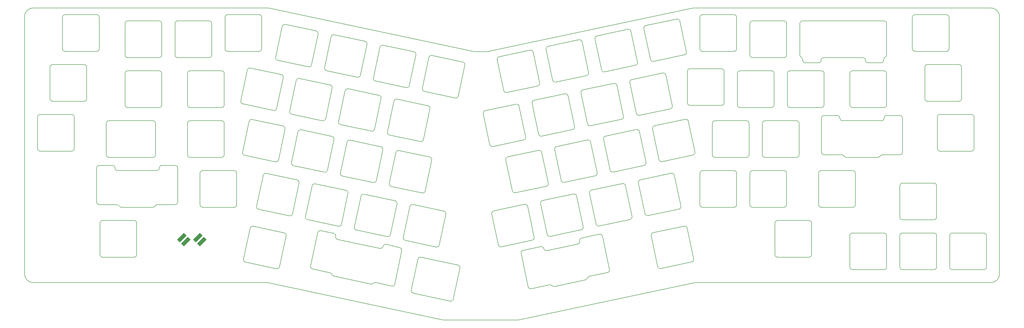
<source format=gts>
G04 #@! TF.GenerationSoftware,KiCad,Pcbnew,6.0.2-378541a8eb~116~ubuntu21.10.1*
G04 #@! TF.CreationDate,2022-03-16T11:59:57+01:00*
G04 #@! TF.ProjectId,basketweave_plate,6261736b-6574-4776-9561-76655f706c61,rev?*
G04 #@! TF.SameCoordinates,Original*
G04 #@! TF.FileFunction,Soldermask,Top*
G04 #@! TF.FilePolarity,Negative*
%FSLAX46Y46*%
G04 Gerber Fmt 4.6, Leading zero omitted, Abs format (unit mm)*
G04 Created by KiCad (PCBNEW 6.0.2-378541a8eb~116~ubuntu21.10.1) date 2022-03-16 11:59:57*
%MOMM*%
%LPD*%
G01*
G04 APERTURE LIST*
G04 #@! TA.AperFunction,Profile*
%ADD10C,0.200000*%
G04 #@! TD*
%ADD11C,0.100000*%
G04 APERTURE END LIST*
D10*
X243200858Y-127559435D02*
G75*
G03*
X242014800Y-126789200I-978146J-207911D01*
G01*
X245133475Y-141461414D02*
X238182808Y-142938824D01*
X245133475Y-141461415D02*
G75*
G03*
X245903711Y-140275354I-207911J978148D01*
G01*
X238182808Y-142938825D02*
G75*
G03*
X237439664Y-143607955I207913J-978148D01*
G01*
X242014800Y-126789200D02*
X235326226Y-128210900D01*
X214919907Y-146861165D02*
X212217055Y-134145246D01*
X236696518Y-144277086D02*
G75*
G03*
X237439663Y-143607955I-207913J978149D01*
G01*
X224007691Y-146463009D02*
G75*
G03*
X223056635Y-146153992I-743145J-669132D01*
G01*
X233785755Y-130583019D02*
G75*
G03*
X234555991Y-129396959I-207915J978150D01*
G01*
X224007691Y-146463009D02*
G75*
G03*
X224958747Y-146772026I743145J669132D01*
G01*
X212987291Y-132959187D02*
G75*
G03*
X212217055Y-134145246I207911J-978147D01*
G01*
X222047983Y-133077959D02*
X233785755Y-130583019D01*
X236696518Y-144277086D02*
X224958747Y-146772026D01*
X245903711Y-140275354D02*
X243200859Y-127559435D01*
X216105967Y-147631401D02*
X223056635Y-146153992D01*
X220861923Y-132307723D02*
G75*
G03*
X219675865Y-131537487I-978146J-207910D01*
G01*
X235326226Y-128210898D02*
G75*
G03*
X234555990Y-129396959I207911J-978148D01*
G01*
X214919906Y-146861165D02*
G75*
G03*
X216105967Y-147631401I978148J207911D01*
G01*
X219675865Y-131537487D02*
X212987291Y-132959187D01*
X220861924Y-132307723D02*
G75*
G03*
X222047983Y-133077959I978147J207911D01*
G01*
X319524504Y-60387507D02*
G75*
G03*
X320524504Y-61387507I1000000J0D01*
G01*
X351487500Y-58387506D02*
X351487500Y-46387500D01*
X318437500Y-58387500D02*
G75*
G03*
X318981000Y-59277223I1000000J0D01*
G01*
X343400517Y-60387507D02*
G75*
G03*
X344400517Y-61387507I1000000J0D01*
G01*
X350944000Y-59277229D02*
G75*
G03*
X350400500Y-60166952I456500J-889723D01*
G01*
X350944000Y-59277229D02*
G75*
G03*
X351487500Y-58387506I-456500J889723D01*
G01*
X350482515Y-45387499D02*
X319432509Y-45387499D01*
X349400520Y-61387508D02*
G75*
G03*
X350400521Y-60387507I0J1000001D01*
G01*
X344400517Y-61387508D02*
X349400520Y-61387508D01*
X319437500Y-45387500D02*
G75*
G03*
X318437500Y-46387500I0J-1000000D01*
G01*
X325524507Y-61387508D02*
G75*
G03*
X326524508Y-60387507I0J1000001D01*
G01*
X351487500Y-46387500D02*
G75*
G03*
X350487499Y-45387499I-1000001J0D01*
G01*
X320524504Y-61387508D02*
X325524507Y-61387508D01*
X350400500Y-60166952D02*
X350400521Y-60387507D01*
X343400517Y-60387507D02*
G75*
G03*
X342400516Y-59387506I-1000001J0D01*
G01*
X319524500Y-60166946D02*
G75*
G03*
X318981000Y-59277223I-1000000J0D01*
G01*
X327524508Y-59387507D02*
X342400516Y-59387507D01*
X327524508Y-59387507D02*
G75*
G03*
X326524508Y-60387507I0J-1000000D01*
G01*
X313387500Y-46387500D02*
G75*
G03*
X312387500Y-45387500I-1000000J0D01*
G01*
X318437500Y-46387500D02*
X318437500Y-58387500D01*
X319524500Y-60166946D02*
X319524504Y-60387507D01*
X28927500Y-81106250D02*
G75*
G03*
X27927500Y-82106250I0J-1000000D01*
G01*
X27927500Y-94106250D02*
G75*
G03*
X28927500Y-95106250I1000000J0D01*
G01*
X28927500Y-81106250D02*
X40927500Y-81106250D01*
X40927500Y-95106250D02*
X28927500Y-95106250D01*
X40927500Y-95106250D02*
G75*
G03*
X41927500Y-94106250I0J1000000D01*
G01*
X41927500Y-82106250D02*
X41927500Y-94106250D01*
X41927500Y-82106250D02*
G75*
G03*
X40927500Y-81106250I-1000000J0D01*
G01*
X27927500Y-94106250D02*
X27927500Y-82106250D01*
X46687500Y-63056250D02*
G75*
G03*
X45687500Y-62056250I-1000000J0D01*
G01*
X32687500Y-75056250D02*
G75*
G03*
X33687500Y-76056250I1000000J0D01*
G01*
X45687500Y-76056250D02*
X33687500Y-76056250D01*
X32687500Y-75056250D02*
X32687500Y-63056250D01*
X46687500Y-63056250D02*
X46687500Y-75056250D01*
X33687500Y-62056250D02*
G75*
G03*
X32687500Y-63056250I0J-1000000D01*
G01*
X45687500Y-76056250D02*
G75*
G03*
X46687500Y-75056250I0J1000000D01*
G01*
X33687500Y-62056250D02*
X45687500Y-62056250D01*
X380062500Y-63056250D02*
X380062500Y-75056250D01*
X379062500Y-76056250D02*
G75*
G03*
X380062500Y-75056250I0J1000000D01*
G01*
X379062500Y-76056250D02*
X367062500Y-76056250D01*
X380062500Y-63056250D02*
G75*
G03*
X379062500Y-62056250I-1000000J0D01*
G01*
X367062500Y-62056250D02*
G75*
G03*
X366062500Y-63056250I0J-1000000D01*
G01*
X367062500Y-62056250D02*
X379062500Y-62056250D01*
X366062500Y-75056250D02*
G75*
G03*
X367062500Y-76056250I1000000J0D01*
G01*
X366062500Y-75056250D02*
X366062500Y-63056250D01*
X174042718Y-135612290D02*
X188110514Y-138588750D01*
X262550733Y-126213914D02*
X274308691Y-123729750D01*
X264275437Y-139137745D02*
X261780497Y-127399974D01*
X185199748Y-152366756D02*
X171131956Y-149306356D01*
X140103936Y-142180198D02*
G75*
G03*
X139360791Y-141511067I-951057J-309017D01*
G01*
X174042718Y-135612290D02*
G75*
G03*
X172856659Y-136382527I-207911J-978148D01*
G01*
X188880750Y-139774810D02*
X186385808Y-151596520D01*
X277219454Y-137423814D02*
X265461496Y-139907981D01*
X170361720Y-148120298D02*
X172856660Y-136382527D01*
X170361720Y-148120298D02*
G75*
G03*
X171131956Y-149306356I978147J-207911D01*
G01*
X277219454Y-137423814D02*
G75*
G03*
X277989690Y-136237756I-207911J978147D01*
G01*
X275494750Y-124499985D02*
X277989690Y-136237756D01*
X262550733Y-126213914D02*
G75*
G03*
X261780496Y-127399973I207911J-978148D01*
G01*
X185199748Y-152366756D02*
G75*
G03*
X186385808Y-151596520I207912J978148D01*
G01*
X264275437Y-139137745D02*
G75*
G03*
X265461497Y-139907981I978148J207912D01*
G01*
X275494750Y-124499985D02*
G75*
G03*
X274308691Y-123729750I-978147J-207912D01*
G01*
X188880750Y-139774810D02*
G75*
G03*
X188110514Y-138588750I-978148J207912D01*
G01*
X140103937Y-142180198D02*
G75*
G03*
X140847080Y-142849327I951054J309017D01*
G01*
X162929690Y-146631666D02*
G75*
G03*
X164115750Y-145861430I207912J978148D01*
G01*
X141581031Y-127670225D02*
G75*
G03*
X140810796Y-126484166I-978147J207912D01*
G01*
X132031146Y-138930762D02*
G75*
G03*
X132801383Y-140116821I978148J-207911D01*
G01*
X162929690Y-146631666D02*
X156899964Y-145234235D01*
X158426191Y-132203179D02*
G75*
G03*
X159612251Y-131432943I207912J978148D01*
G01*
X140810795Y-126484165D02*
X135920057Y-125444607D01*
X156899964Y-145234235D02*
G75*
G03*
X155948909Y-145543252I-207911J-978146D01*
G01*
X132801382Y-140116821D02*
X139360791Y-141511067D01*
X154997851Y-145852269D02*
G75*
G03*
X155948908Y-145543252I207912J978148D01*
G01*
X166730965Y-133145511D02*
G75*
G03*
X165960728Y-131959452I-978148J207911D01*
G01*
X154997851Y-145852269D02*
X140847080Y-142849328D01*
X132031146Y-138930762D02*
X134733998Y-126214843D01*
X165960728Y-131959452D02*
X160798310Y-130662706D01*
X135920057Y-125444607D02*
G75*
G03*
X134733998Y-126214844I-207911J-978148D01*
G01*
X142351267Y-128856284D02*
X158426191Y-132203179D01*
X164115750Y-145861430D02*
X166730965Y-133145511D01*
X141581031Y-127670225D02*
G75*
G03*
X142351268Y-128856284I978148J-207911D01*
G01*
X160798310Y-130662706D02*
G75*
G03*
X159612250Y-131432942I-207912J-978148D01*
G01*
X167334796Y-128001317D02*
G75*
G03*
X168105032Y-129187375I978147J-207911D01*
G01*
X333680250Y-82487500D02*
G75*
G03*
X334680250Y-83487500I1000000J0D01*
G01*
X80331250Y-115537500D02*
X73625301Y-115537501D01*
X57455250Y-101537500D02*
G75*
G03*
X56455250Y-100537500I-1000000J0D01*
G01*
X57455250Y-101537500D02*
G75*
G03*
X58455250Y-102537500I1000000J0D01*
G01*
X56455250Y-100537500D02*
X51455250Y-100537500D01*
X332680250Y-81487500D02*
X327680250Y-81487500D01*
X51455250Y-100537500D02*
G75*
G03*
X50455250Y-101537500I0J-1000000D01*
G01*
X326680250Y-95487500D02*
G75*
G03*
X327680250Y-96487500I1000000J0D01*
G01*
X50455250Y-114537500D02*
X50455250Y-101537500D01*
X80331250Y-100537500D02*
X75331250Y-100537500D01*
X351556250Y-81487500D02*
G75*
G03*
X350556250Y-82487500I0J-1000000D01*
G01*
X81331250Y-101537500D02*
G75*
G03*
X80331250Y-100537500I-1000000J0D01*
G01*
X81331250Y-114537500D02*
X81331250Y-101537500D01*
X73625301Y-115537501D02*
G75*
G03*
X72759276Y-116037501I0J-1000000D01*
G01*
X333680250Y-82487500D02*
G75*
G03*
X332680250Y-81487500I-1000000J0D01*
G01*
X59027225Y-116037501D02*
G75*
G03*
X59893250Y-116537501I866025J500000D01*
G01*
X73331250Y-102537501D02*
G75*
G03*
X74331251Y-101537500I0J1000001D01*
G01*
X327680250Y-96487500D02*
X334386200Y-96487501D01*
X71893250Y-116537501D02*
G75*
G03*
X72759275Y-116037501I0J1000000D01*
G01*
X357556250Y-95487500D02*
X357556250Y-82487500D01*
X59027225Y-116037501D02*
G75*
G03*
X58161200Y-115537501I-866025J-500000D01*
G01*
X80331250Y-115537500D02*
G75*
G03*
X81331250Y-114537500I0J1000000D01*
G01*
X75331250Y-100537500D02*
G75*
G03*
X74331250Y-101537500I0J-1000000D01*
G01*
X50455250Y-114537500D02*
G75*
G03*
X51455250Y-115537500I1000000J0D01*
G01*
X51455250Y-115537500D02*
X58161200Y-115537501D01*
D11*
X90741500Y-127285750D02*
X88201500Y-129825750D01*
X88201500Y-129825750D02*
X87185500Y-128809750D01*
X87185500Y-128809750D02*
X89725500Y-126269750D01*
X89725500Y-126269750D02*
X90741500Y-127285750D01*
G36*
X90741500Y-127285750D02*
G01*
X88201500Y-129825750D01*
X87185500Y-128809750D01*
X89725500Y-126269750D01*
X90741500Y-127285750D01*
G37*
X90741500Y-127285750D02*
X88201500Y-129825750D01*
X87185500Y-128809750D01*
X89725500Y-126269750D01*
X90741500Y-127285750D01*
X92265500Y-128809750D02*
X89725500Y-131349750D01*
X89725500Y-131349750D02*
X88709500Y-130333750D01*
X88709500Y-130333750D02*
X91249500Y-127793750D01*
X91249500Y-127793750D02*
X92265500Y-128809750D01*
G36*
X92265500Y-128809750D02*
G01*
X89725500Y-131349750D01*
X88709500Y-130333750D01*
X91249500Y-127793750D01*
X92265500Y-128809750D01*
G37*
X92265500Y-128809750D02*
X89725500Y-131349750D01*
X88709500Y-130333750D01*
X91249500Y-127793750D01*
X92265500Y-128809750D01*
D10*
X168432815Y-70830285D02*
G75*
G03*
X169618875Y-70060049I207912J978148D01*
G01*
X174558521Y-71110002D02*
G75*
G03*
X175328757Y-72296060I978147J-207911D01*
G01*
X172113816Y-58322278D02*
X169618874Y-70060048D01*
X172113816Y-58322278D02*
G75*
G03*
X171343580Y-57136218I-978148J207912D01*
G01*
X174558521Y-71110002D02*
X177053461Y-59372231D01*
X168432815Y-70830285D02*
X156695045Y-68335343D01*
X155924809Y-67149285D02*
X158419749Y-55411514D01*
X178239519Y-58601994D02*
G75*
G03*
X177053460Y-59372231I-207911J-978148D01*
G01*
X178239519Y-58601994D02*
X189977291Y-61096935D01*
X190747528Y-62282995D02*
X188252586Y-74020765D01*
X161280947Y-87763355D02*
X163775887Y-76025584D01*
X155924809Y-67149285D02*
G75*
G03*
X156695045Y-68335343I978147J-207911D01*
G01*
X187066527Y-74791002D02*
G75*
G03*
X188252587Y-74020766I207912J978148D01*
G01*
X190747528Y-62282995D02*
G75*
G03*
X189977292Y-61096935I-978148J207912D01*
G01*
X173788953Y-91444355D02*
X162051183Y-88949413D01*
X164961945Y-75255347D02*
X176699717Y-77750288D01*
X164961945Y-75255347D02*
G75*
G03*
X163775886Y-76025584I-207911J-978148D01*
G01*
X173788953Y-91444355D02*
G75*
G03*
X174975013Y-90674119I207912J978148D01*
G01*
X159605807Y-54641277D02*
X171343579Y-57136218D01*
X159605807Y-54641277D02*
G75*
G03*
X158419748Y-55411514I-207911J-978148D01*
G01*
X187066527Y-74791002D02*
X175328757Y-72296060D01*
X137291097Y-63188567D02*
G75*
G03*
X138061333Y-64374625I978147J-207911D01*
G01*
X153480104Y-54361560D02*
X150985162Y-66099330D01*
D11*
X84645500Y-127285750D02*
X82105500Y-129825750D01*
X82105500Y-129825750D02*
X81089500Y-128809750D01*
X81089500Y-128809750D02*
X83629500Y-126269750D01*
X83629500Y-126269750D02*
X84645500Y-127285750D01*
G36*
X84645500Y-127285750D02*
G01*
X82105500Y-129825750D01*
X81089500Y-128809750D01*
X83629500Y-126269750D01*
X84645500Y-127285750D01*
G37*
X84645500Y-127285750D02*
X82105500Y-129825750D01*
X81089500Y-128809750D01*
X83629500Y-126269750D01*
X84645500Y-127285750D01*
X86169500Y-128809750D02*
X83629500Y-131349750D01*
X83629500Y-131349750D02*
X82613500Y-130333750D01*
X82613500Y-130333750D02*
X85153500Y-127793750D01*
X85153500Y-127793750D02*
X86169500Y-128809750D01*
G36*
X86169500Y-128809750D02*
G01*
X83629500Y-131349750D01*
X82613500Y-130333750D01*
X85153500Y-127793750D01*
X86169500Y-128809750D01*
G37*
X86169500Y-128809750D02*
X83629500Y-131349750D01*
X82613500Y-130333750D01*
X85153500Y-127793750D01*
X86169500Y-128809750D01*
D10*
X131165392Y-62908849D02*
X119427622Y-60413907D01*
X118657386Y-59227849D02*
G75*
G03*
X119427622Y-60413907I978147J-207911D01*
G01*
X140972095Y-50680559D02*
X152709867Y-53175500D01*
X149799103Y-66869567D02*
X138061333Y-64374625D01*
X149799103Y-66869567D02*
G75*
G03*
X150985163Y-66099331I207912J978148D01*
G01*
X134846393Y-50400842D02*
G75*
G03*
X134076157Y-49214782I-978148J207912D01*
G01*
X137291097Y-63188567D02*
X139786037Y-51450796D01*
X122338384Y-46719841D02*
X134076156Y-49214782D01*
X140972095Y-50680559D02*
G75*
G03*
X139786036Y-51450796I-207911J-978148D01*
G01*
X153480104Y-54361560D02*
G75*
G03*
X152709868Y-53175500I-978148J207912D01*
G01*
X122338384Y-46719841D02*
G75*
G03*
X121152325Y-47490078I-207911J-978148D01*
G01*
X131165392Y-62908849D02*
G75*
G03*
X132351452Y-62138613I207912J978148D01*
G01*
X118657386Y-59227849D02*
X121152326Y-47490078D01*
X134846393Y-50400842D02*
X132351451Y-62138612D01*
X237511709Y-84654339D02*
G75*
G03*
X238697769Y-85424575I978148J207912D01*
G01*
X259776855Y-47155720D02*
G75*
G03*
X259006618Y-48341779I207911J-978148D01*
G01*
X242867848Y-64040268D02*
X240372908Y-52302497D01*
X217153294Y-75691226D02*
X228891065Y-73196286D01*
X235787005Y-71730508D02*
G75*
G03*
X235016768Y-72916567I207911J-978148D01*
G01*
X222509432Y-55077155D02*
X234247203Y-52582215D01*
X222509432Y-55077155D02*
G75*
G03*
X221739195Y-56263214I207911J-978148D01*
G01*
X259776855Y-47155720D02*
X271514626Y-44660780D01*
X218524254Y-70236999D02*
X206786483Y-72731940D01*
X205600424Y-71961704D02*
G75*
G03*
X206786484Y-72731940I978148J207912D01*
G01*
X255791678Y-62315563D02*
X244053907Y-64810504D01*
X256145421Y-80693621D02*
X253650481Y-68955850D01*
X224234136Y-68000986D02*
G75*
G03*
X225420196Y-68771222I978148J207912D01*
G01*
X216799550Y-57313169D02*
X219294490Y-69050940D01*
X274425389Y-58354846D02*
G75*
G03*
X275195625Y-57168788I-207911J978147D01*
G01*
X217153294Y-75691226D02*
G75*
G03*
X216383057Y-76877285I207911J-978148D01*
G01*
X261501559Y-60079551D02*
X259006619Y-48341780D01*
X256145421Y-80693621D02*
G75*
G03*
X257331481Y-81463857I978148J207912D01*
G01*
X254066974Y-49391733D02*
X256561914Y-61129504D01*
X218524254Y-70236999D02*
G75*
G03*
X219294490Y-69050941I-207911J978147D01*
G01*
X261501559Y-60079551D02*
G75*
G03*
X262687619Y-60849787I978148J207912D01*
G01*
X394493750Y-43656250D02*
G75*
G03*
X391318750Y-40481250I-3175000J0D01*
G01*
X26193750Y-40481250D02*
G75*
G03*
X23018750Y-43656250I0J-3175000D01*
G01*
X182562500Y-159543750D02*
X211137500Y-159543750D01*
X248710835Y-70005804D02*
X251205775Y-81743575D01*
X200244286Y-92575774D02*
G75*
G03*
X201430346Y-93346010I978148J207912D01*
G01*
X213168116Y-90851069D02*
X201430345Y-93346010D01*
X242867848Y-64040268D02*
G75*
G03*
X244053908Y-64810504I978148J207912D01*
G01*
X231801828Y-86890352D02*
X220064057Y-89385293D01*
X216799550Y-57313169D02*
G75*
G03*
X215613491Y-56542934I-978147J-207912D01*
G01*
X235433262Y-53352451D02*
G75*
G03*
X234247203Y-52582216I-978147J-207912D01*
G01*
X218877998Y-88615057D02*
X216383058Y-76877286D01*
X198519582Y-79651943D02*
G75*
G03*
X197749345Y-80838002I207911J-978148D01*
G01*
X267344547Y-66045086D02*
G75*
G03*
X266158488Y-65274851I-978147J-207912D01*
G01*
X198519582Y-79651943D02*
X210257353Y-77157003D01*
X211443412Y-77927239D02*
X213938352Y-89665010D01*
X231801828Y-86890352D02*
G75*
G03*
X232572064Y-85704294I-207911J978147D01*
G01*
X211443412Y-77927239D02*
G75*
G03*
X210257353Y-77157004I-978147J-207912D01*
G01*
X200244286Y-92575774D02*
X197749346Y-80838003D01*
X272700685Y-45431016D02*
X275195625Y-57168787D01*
X272700685Y-45431016D02*
G75*
G03*
X271514626Y-44660781I-978147J-207912D01*
G01*
X230077124Y-73966522D02*
X232572064Y-85704293D01*
X213168116Y-90851069D02*
G75*
G03*
X213938352Y-89665011I-207911J978147D01*
G01*
X241143144Y-51116437D02*
X252880915Y-48621497D01*
X255791678Y-62315563D02*
G75*
G03*
X256561914Y-61129505I-207911J978147D01*
G01*
X241143144Y-51116437D02*
G75*
G03*
X240372907Y-52302496I207911J-978148D01*
G01*
X250435539Y-82929634D02*
G75*
G03*
X251205775Y-81743576I-207911J978147D01*
G01*
X237157966Y-66276281D02*
G75*
G03*
X237928202Y-65090223I-207911J978147D01*
G01*
X224234136Y-68000986D02*
X221739196Y-56263215D01*
X203875720Y-59037873D02*
X215613491Y-56542933D01*
X218877998Y-88615057D02*
G75*
G03*
X220064058Y-89385293I978148J207912D01*
G01*
X250435539Y-82929634D02*
X238697768Y-85424575D01*
X235433262Y-53352451D02*
X237928202Y-65090222D01*
X203875720Y-59037873D02*
G75*
G03*
X203105483Y-60223932I207911J-978148D01*
G01*
X237157966Y-66276281D02*
X225420195Y-68771222D01*
X205600424Y-71961704D02*
X203105484Y-60223933D01*
X391318750Y-145256250D02*
X278606250Y-145256250D01*
X391318750Y-145256250D02*
G75*
G03*
X394493750Y-142081250I0J3175000D01*
G01*
X274425389Y-58354846D02*
X262687618Y-60849787D01*
X230077124Y-73966522D02*
G75*
G03*
X228891065Y-73196287I-978147J-207912D01*
G01*
X237511709Y-84654339D02*
X235016769Y-72916568D01*
X235787005Y-71730508D02*
X247524776Y-69235568D01*
X254066974Y-49391733D02*
G75*
G03*
X252880915Y-48621498I-978147J-207912D01*
G01*
X248710835Y-70005804D02*
G75*
G03*
X247524776Y-69235569I-978147J-207912D01*
G01*
X357537500Y-126350000D02*
X369537500Y-126350000D01*
X389537500Y-127350000D02*
G75*
G03*
X388537500Y-126350000I-1000000J0D01*
G01*
X369537500Y-140350000D02*
G75*
G03*
X370537500Y-139350000I0J1000000D01*
G01*
X26193750Y-145256250D02*
X115443000Y-145256250D01*
X391318750Y-40481250D02*
X277812500Y-40481250D01*
X356537500Y-139350000D02*
G75*
G03*
X357537500Y-140350000I1000000J0D01*
G01*
X370537500Y-127350000D02*
G75*
G03*
X369537500Y-126350000I-1000000J0D01*
G01*
X370537500Y-127350000D02*
X370537500Y-139350000D01*
X199231250Y-57150000D02*
X194468750Y-57150000D01*
X357537500Y-126350000D02*
G75*
G03*
X356537500Y-127350000I0J-1000000D01*
G01*
X23018750Y-43656250D02*
X23018750Y-142081250D01*
X388537500Y-140350000D02*
X376537500Y-140350000D01*
X369537500Y-140350000D02*
X357537500Y-140350000D01*
X388537500Y-140350000D02*
G75*
G03*
X389537500Y-139350000I0J1000000D01*
G01*
X351487500Y-127350000D02*
G75*
G03*
X350487500Y-126350000I-1000000J0D01*
G01*
X278606250Y-145256250D02*
X211137500Y-159543750D01*
X115443000Y-145256250D02*
X182562500Y-159543750D01*
X277812500Y-40481250D02*
X199231250Y-57150000D01*
X23018750Y-142081250D02*
G75*
G03*
X26193750Y-145256250I3175000J0D01*
G01*
X115887500Y-40481250D02*
X194468750Y-57150000D01*
X376537500Y-126350000D02*
X388537500Y-126350000D01*
X26193750Y-40481250D02*
X115887500Y-40481250D01*
X375537500Y-139350000D02*
X375537500Y-127350000D01*
X375537500Y-139350000D02*
G75*
G03*
X376537500Y-140350000I1000000J0D01*
G01*
X394493750Y-43656250D02*
X394493750Y-142081250D01*
X389537500Y-127350000D02*
X389537500Y-139350000D01*
X376537500Y-126350000D02*
G75*
G03*
X375537500Y-127350000I0J-1000000D01*
G01*
X356537500Y-139350000D02*
X356537500Y-127350000D01*
X178167665Y-98560239D02*
G75*
G03*
X177397429Y-97374179I-978148J207912D01*
G01*
X161978658Y-107387246D02*
G75*
G03*
X162748894Y-108573304I978147J-207911D01*
G01*
X148701084Y-124040599D02*
G75*
G03*
X149471320Y-125226657I978147J-207911D01*
G01*
X174486664Y-111068246D02*
G75*
G03*
X175672724Y-110298010I207912J978148D01*
G01*
X161209090Y-127721599D02*
X149471320Y-125226657D01*
X115114658Y-103611156D02*
X126852430Y-106106097D01*
X123941666Y-119800164D02*
G75*
G03*
X125127726Y-119029928I207912J978148D01*
G01*
X159533953Y-94599522D02*
X157039011Y-106337292D01*
X110140495Y-123797677D02*
G75*
G03*
X108954436Y-124567914I-207911J-978148D01*
G01*
X118967503Y-139986685D02*
G75*
G03*
X120153563Y-139216449I207912J978148D01*
G01*
X122648504Y-127478678D02*
G75*
G03*
X121878268Y-126292618I-978148J207912D01*
G01*
X123941666Y-119800164D02*
X112203896Y-117305222D01*
X161209090Y-127721599D02*
G75*
G03*
X162395150Y-126951363I207912J978148D01*
G01*
X122648504Y-127478678D02*
X120153562Y-139216448D01*
X106459497Y-136305685D02*
G75*
G03*
X107229733Y-137491743I978147J-207911D01*
G01*
X110140495Y-123797677D02*
X121878267Y-126292618D01*
X115114658Y-103611156D02*
G75*
G03*
X113928599Y-104381393I-207911J-978148D01*
G01*
X159533953Y-94599522D02*
G75*
G03*
X158763717Y-93413462I-978148J207912D01*
G01*
X161978658Y-107387246D02*
X164473598Y-95649475D01*
X127622667Y-107292157D02*
X125127725Y-119029927D01*
X106459497Y-136305685D02*
X108954437Y-124567914D01*
X171015794Y-115493309D02*
X182753566Y-117988250D01*
X152382082Y-111532591D02*
X164119854Y-114027532D01*
X143344946Y-103426529D02*
G75*
G03*
X144115182Y-104612587I978147J-207911D01*
G01*
X147025944Y-90918521D02*
G75*
G03*
X145839885Y-91688758I-207911J-978148D01*
G01*
X133748370Y-107571874D02*
X145486142Y-110066815D01*
X146256379Y-111252875D02*
G75*
G03*
X145486143Y-110066815I-978148J207912D01*
G01*
X152382082Y-111532591D02*
G75*
G03*
X151196023Y-112302828I-207911J-978148D01*
G01*
X164890091Y-115213592D02*
X162395149Y-126951362D01*
X142575378Y-123760882D02*
X130837608Y-121265940D01*
X130067372Y-120079882D02*
X132562312Y-108342111D01*
X148701084Y-124040599D02*
X151196024Y-112302828D01*
X142575378Y-123760882D02*
G75*
G03*
X143761438Y-122990646I207912J978148D01*
G01*
X165659656Y-94879238D02*
G75*
G03*
X164473597Y-95649475I-207911J-978148D01*
G01*
X133748370Y-107571874D02*
G75*
G03*
X132562311Y-108342111I-207911J-978148D01*
G01*
X130067372Y-120079882D02*
G75*
G03*
X130837608Y-121265940I978147J-207911D01*
G01*
X146256379Y-111252875D02*
X143761437Y-122990645D01*
X165659656Y-94879238D02*
X177397428Y-97374179D01*
X164890091Y-115213592D02*
G75*
G03*
X164119855Y-114027532I-978148J207912D01*
G01*
X111433660Y-116119164D02*
X113928600Y-104381393D01*
X127622667Y-107292157D02*
G75*
G03*
X126852431Y-106106097I-978148J207912D01*
G01*
X111433660Y-116119164D02*
G75*
G03*
X112203896Y-117305222I978147J-207911D01*
G01*
X118967503Y-139986685D02*
X107229733Y-137491743D01*
X155852952Y-107107529D02*
G75*
G03*
X157039012Y-106337293I207912J978148D01*
G01*
X174486664Y-111068246D02*
X162748894Y-108573304D01*
X178167665Y-98560239D02*
X175672723Y-110298009D01*
X121568819Y-67054195D02*
G75*
G03*
X120798583Y-65868135I-978148J207912D01*
G01*
X140202531Y-71014913D02*
G75*
G03*
X139432295Y-69828853I-978148J207912D01*
G01*
X140202531Y-71014913D02*
X137707589Y-82752683D01*
X128392232Y-86957803D02*
G75*
G03*
X127206173Y-87728040I-207911J-978148D01*
G01*
X140900241Y-90638804D02*
G75*
G03*
X140130005Y-89452744I-978148J207912D01*
G01*
X124711234Y-99465811D02*
G75*
G03*
X125481470Y-100651869I978147J-207911D01*
G01*
X140900241Y-90638804D02*
X138405299Y-102376574D01*
X147025944Y-90918521D02*
X158763716Y-93413462D01*
X117887818Y-79562202D02*
G75*
G03*
X119073878Y-78791966I207912J978148D01*
G01*
X127694522Y-67333912D02*
G75*
G03*
X126508463Y-68104149I-207911J-978148D01*
G01*
X124013524Y-79841920D02*
X126508464Y-68104149D01*
X118585528Y-99186093D02*
X106847758Y-96691151D01*
X124711234Y-99465811D02*
X127206174Y-87728040D01*
X155852952Y-107107529D02*
X144115182Y-104612587D01*
X143344946Y-103426529D02*
X145839886Y-91688758D01*
X142647236Y-83802637D02*
G75*
G03*
X143417472Y-84988695I978147J-207911D01*
G01*
X109758520Y-82997085D02*
X121496292Y-85492026D01*
X136521530Y-83522920D02*
X124783760Y-81027978D01*
X177469954Y-78936348D02*
G75*
G03*
X176699718Y-77750288I-978148J207912D01*
G01*
X177469954Y-78936348D02*
X174975012Y-90674118D01*
X155155242Y-87483637D02*
X143417472Y-84988695D01*
X146328234Y-71294629D02*
G75*
G03*
X145142175Y-72064866I-207911J-978148D01*
G01*
X105379812Y-75881202D02*
G75*
G03*
X106150048Y-77067260I978147J-207911D01*
G01*
X106077522Y-95505093D02*
X108572462Y-83767322D01*
X127694522Y-67333912D02*
X139432294Y-69828853D01*
X109758520Y-82997085D02*
G75*
G03*
X108572461Y-83767322I-207911J-978148D01*
G01*
X106077522Y-95505093D02*
G75*
G03*
X106847758Y-96691151I978147J-207911D01*
G01*
X155155242Y-87483637D02*
G75*
G03*
X156341302Y-86713401I207912J978148D01*
G01*
X105379812Y-75881202D02*
X107874752Y-64143431D01*
X142647236Y-83802637D02*
X145142176Y-72064866D01*
X117887818Y-79562202D02*
X106150048Y-77067260D01*
X121568819Y-67054195D02*
X119073877Y-78791965D01*
X122266529Y-86678086D02*
G75*
G03*
X121496293Y-85492026I-978148J207912D01*
G01*
X158836243Y-74975630D02*
X156341301Y-86713400D01*
X136521530Y-83522920D02*
G75*
G03*
X137707590Y-82752684I207912J978148D01*
G01*
X109060810Y-63373194D02*
X120798582Y-65868135D01*
X122266529Y-86678086D02*
X119771587Y-98415856D01*
X128392232Y-86957803D02*
X140130004Y-89452744D01*
X137219240Y-103146811D02*
X125481470Y-100651869D01*
X137219240Y-103146811D02*
G75*
G03*
X138405300Y-102376575I207912J978148D01*
G01*
X158836243Y-74975630D02*
G75*
G03*
X158066007Y-73789570I-978148J207912D01*
G01*
X146328234Y-71294629D02*
X158066006Y-73789570D01*
X118585528Y-99186093D02*
G75*
G03*
X119771588Y-98415857I207912J978148D01*
G01*
X124013524Y-79841920D02*
G75*
G03*
X124783760Y-81027978I978147J-207911D01*
G01*
X161280947Y-87763355D02*
G75*
G03*
X162051183Y-88949413I978147J-207911D01*
G01*
X109060810Y-63373194D02*
G75*
G03*
X107874751Y-64143431I-207911J-978148D01*
G01*
X216431123Y-129108672D02*
X204693352Y-131603613D01*
X259054685Y-100573166D02*
G75*
G03*
X259824921Y-99387108I-207911J978147D01*
G01*
X264764567Y-98337154D02*
G75*
G03*
X265950627Y-99107390I978148J207912D01*
G01*
X264764567Y-98337154D02*
X262269627Y-86599383D01*
X246130855Y-102297871D02*
G75*
G03*
X247316915Y-103068107I978148J207912D01*
G01*
X222141005Y-126872660D02*
X219646065Y-115134889D01*
X225772439Y-93334758D02*
G75*
G03*
X225002202Y-94520817I207911J-978148D01*
G01*
X221787262Y-108494602D02*
G75*
G03*
X222557498Y-107308544I-207911J978147D01*
G01*
X208863432Y-110219307D02*
G75*
G03*
X210049492Y-110989543I978148J207912D01*
G01*
X220062558Y-95570772D02*
G75*
G03*
X218876499Y-94800537I-978147J-207912D01*
G01*
X277688397Y-96612449D02*
G75*
G03*
X278458633Y-95426391I-207911J978147D01*
G01*
X275963693Y-83688619D02*
X278458633Y-95426390D01*
X244406151Y-89374040D02*
G75*
G03*
X243635914Y-90560099I207911J-978148D01*
G01*
X225772439Y-93334758D02*
X237510210Y-90839818D01*
X220062558Y-95570772D02*
X222557498Y-107308543D01*
X208863432Y-110219307D02*
X206368492Y-98481536D01*
X254420717Y-67769790D02*
X266158488Y-65274850D01*
X267344547Y-66045086D02*
X269839487Y-77782857D01*
X263039863Y-85413323D02*
X274777634Y-82918383D01*
X240420973Y-104533884D02*
X228683202Y-107028825D01*
X238696269Y-91610054D02*
G75*
G03*
X237510210Y-90839819I-978147J-207912D01*
G01*
X257329981Y-87649336D02*
G75*
G03*
X256143922Y-86879101I-978147J-207912D01*
G01*
X238696269Y-91610054D02*
X241191209Y-103347825D01*
X240420973Y-104533884D02*
G75*
G03*
X241191209Y-103347826I-207911J978147D01*
G01*
X207138728Y-97295476D02*
X218876499Y-94800536D01*
X277688397Y-96612449D02*
X265950626Y-99107390D01*
X269069251Y-78968916D02*
X257331480Y-81463857D01*
X269069251Y-78968916D02*
G75*
G03*
X269839487Y-77782858I-207911J978147D01*
G01*
X257329981Y-87649336D02*
X259824921Y-99387107D01*
X254420717Y-67769790D02*
G75*
G03*
X253650480Y-68955849I207911J-978148D01*
G01*
X244406151Y-89374040D02*
X256143922Y-86879100D01*
X203507293Y-130833377D02*
G75*
G03*
X204693353Y-131603613I978148J207912D01*
G01*
X214706419Y-116184842D02*
G75*
G03*
X213520360Y-115414607I-978147J-207912D01*
G01*
X246130855Y-102297871D02*
X243635915Y-90560100D01*
X203507293Y-130833377D02*
X201012353Y-119095606D01*
X263039863Y-85413323D02*
G75*
G03*
X262269626Y-86599382I207911J-978148D01*
G01*
X216431123Y-129108672D02*
G75*
G03*
X217201359Y-127922614I-207911J978147D01*
G01*
X259054685Y-100573166D02*
X247316914Y-103068107D01*
X227497143Y-106258589D02*
G75*
G03*
X228683203Y-107028825I978148J207912D01*
G01*
X201782589Y-117909546D02*
X213520360Y-115414606D01*
X227497143Y-106258589D02*
X225002203Y-94520818D01*
X214706419Y-116184842D02*
X217201359Y-127922613D01*
X221787262Y-108494602D02*
X210049491Y-110989543D01*
X207138728Y-97295476D02*
G75*
G03*
X206368491Y-98481535I207911J-978148D01*
G01*
X275963693Y-83688619D02*
G75*
G03*
X274777634Y-82918384I-978147J-207912D01*
G01*
X201782589Y-117909546D02*
G75*
G03*
X201012352Y-119095605I207911J-978148D01*
G01*
X383825000Y-95106250D02*
X371825000Y-95106250D01*
X374300000Y-57006250D02*
X362300000Y-57006250D01*
X38450000Y-43006250D02*
X50450000Y-43006250D01*
X50450000Y-57006250D02*
G75*
G03*
X51450000Y-56006250I0J1000000D01*
G01*
X74262500Y-59387500D02*
G75*
G03*
X75262500Y-58387500I0J1000000D01*
G01*
X38450000Y-43006250D02*
G75*
G03*
X37450000Y-44006250I0J-1000000D01*
G01*
X374300000Y-57006250D02*
G75*
G03*
X375300000Y-56006250I0J1000000D01*
G01*
X361300000Y-56006250D02*
G75*
G03*
X362300000Y-57006250I1000000J0D01*
G01*
X362300000Y-43006250D02*
G75*
G03*
X361300000Y-44006250I0J-1000000D01*
G01*
X375300000Y-44006250D02*
X375300000Y-56006250D01*
X362300000Y-43006250D02*
X374300000Y-43006250D01*
X361300000Y-56006250D02*
X361300000Y-44006250D01*
X74262500Y-59387500D02*
X62262500Y-59387500D01*
X61262500Y-58387500D02*
G75*
G03*
X62262500Y-59387500I1000000J0D01*
G01*
X371825000Y-81106250D02*
X383825000Y-81106250D01*
X371825000Y-81106250D02*
G75*
G03*
X370825000Y-82106250I0J-1000000D01*
G01*
X384825000Y-82106250D02*
G75*
G03*
X383825000Y-81106250I-1000000J0D01*
G01*
X51450000Y-44006250D02*
X51450000Y-56006250D01*
X37450000Y-56006250D02*
X37450000Y-44006250D01*
X50450000Y-57006250D02*
X38450000Y-57006250D01*
X37450000Y-56006250D02*
G75*
G03*
X38450000Y-57006250I1000000J0D01*
G01*
X375300000Y-44006250D02*
G75*
G03*
X374300000Y-43006250I-1000000J0D01*
G01*
X51450000Y-44006250D02*
G75*
G03*
X50450000Y-43006250I-1000000J0D01*
G01*
X383825000Y-95106250D02*
G75*
G03*
X384825000Y-94106250I0J1000000D01*
G01*
X384825000Y-82106250D02*
X384825000Y-94106250D01*
X370825000Y-94106250D02*
X370825000Y-82106250D01*
X370825000Y-94106250D02*
G75*
G03*
X371825000Y-95106250I1000000J0D01*
G01*
X233340131Y-112224125D02*
G75*
G03*
X232154072Y-111453890I-978147J-207912D01*
G01*
X251973843Y-108263407D02*
G75*
G03*
X250787784Y-107493172I-978147J-207912D01*
G01*
X171015794Y-115493309D02*
G75*
G03*
X169829735Y-116263546I-207911J-978148D01*
G01*
X259408429Y-118951224D02*
X256913489Y-107213453D01*
X183523803Y-119174310D02*
X181028861Y-130912080D01*
X179842802Y-131682317D02*
G75*
G03*
X181028862Y-130912081I207912J978148D01*
G01*
X257683725Y-106027393D02*
X269421496Y-103532453D01*
X270607555Y-104302689D02*
X273102495Y-116040460D01*
X257683725Y-106027393D02*
G75*
G03*
X256913488Y-107213452I207911J-978148D01*
G01*
X253698547Y-121187237D02*
X241960776Y-123682178D01*
X251973843Y-108263407D02*
X254468783Y-120001178D01*
X272332259Y-117226519D02*
X260594488Y-119721460D01*
X253698547Y-121187237D02*
G75*
G03*
X254468783Y-120001179I-207911J978147D01*
G01*
X240774717Y-122911942D02*
G75*
G03*
X241960777Y-123682178I978148J207912D01*
G01*
X183523803Y-119174310D02*
G75*
G03*
X182753567Y-117988250I-978148J207912D01*
G01*
X270607555Y-104302689D02*
G75*
G03*
X269421496Y-103532454I-978147J-207912D01*
G01*
X167334796Y-128001317D02*
X169829736Y-116263546D01*
X272332259Y-117226519D02*
G75*
G03*
X273102495Y-116040461I-207911J978147D01*
G01*
X259408429Y-118951224D02*
G75*
G03*
X260594489Y-119721460I978148J207912D01*
G01*
X239050013Y-109988111D02*
G75*
G03*
X238279776Y-111174170I207911J-978148D01*
G01*
X240774717Y-122911942D02*
X238279777Y-111174171D01*
X179842802Y-131682317D02*
X168105032Y-129187375D01*
X239050013Y-109988111D02*
X250787784Y-107493171D01*
X235064835Y-125147955D02*
X223327064Y-127642896D01*
X220416301Y-113948829D02*
X232154072Y-111453889D01*
X233340131Y-112224125D02*
X235835071Y-123961896D01*
X235064835Y-125147955D02*
G75*
G03*
X235835071Y-123961897I-207911J978147D01*
G01*
X220416301Y-113948829D02*
G75*
G03*
X219646064Y-115134888I207911J-978148D01*
G01*
X222141005Y-126872660D02*
G75*
G03*
X223327065Y-127642896I978148J207912D01*
G01*
X294337500Y-44006250D02*
G75*
G03*
X293337500Y-43006250I-1000000J0D01*
G01*
X102837500Y-116537500D02*
X90837500Y-116537500D01*
X102837500Y-116537500D02*
G75*
G03*
X103837500Y-115537500I0J1000000D01*
G01*
X86075000Y-83487500D02*
G75*
G03*
X85075000Y-84487500I0J-1000000D01*
G01*
X89837500Y-115537500D02*
G75*
G03*
X90837500Y-116537500I1000000J0D01*
G01*
X98075000Y-97487500D02*
X86075000Y-97487500D01*
X100362500Y-43006250D02*
G75*
G03*
X99362500Y-44006250I0J-1000000D01*
G01*
X337487500Y-77437500D02*
G75*
G03*
X338487500Y-78437500I1000000J0D01*
G01*
X299387500Y-58387500D02*
G75*
G03*
X300387500Y-59387500I1000000J0D01*
G01*
X99075000Y-65437500D02*
X99075000Y-77437500D01*
X85075000Y-96487500D02*
X85075000Y-84487500D01*
X100362500Y-43006250D02*
X112362500Y-43006250D01*
X90837500Y-102537500D02*
G75*
G03*
X89837500Y-103537500I0J-1000000D01*
G01*
X90837500Y-102537500D02*
X102837500Y-102537500D01*
X94312500Y-46387500D02*
X94312500Y-58387500D01*
X81312500Y-45387500D02*
G75*
G03*
X80312500Y-46387500I0J-1000000D01*
G01*
X350487500Y-78437500D02*
X338487500Y-78437500D01*
X98075000Y-78437500D02*
G75*
G03*
X99075000Y-77437500I0J1000000D01*
G01*
X99075000Y-65437500D02*
G75*
G03*
X98075000Y-64437500I-1000000J0D01*
G01*
X113362500Y-44006250D02*
X113362500Y-56006250D01*
X98075000Y-97487500D02*
G75*
G03*
X99075000Y-96487500I0J1000000D01*
G01*
X86075000Y-64437500D02*
X98075000Y-64437500D01*
X94312500Y-46387500D02*
G75*
G03*
X93312500Y-45387500I-1000000J0D01*
G01*
X103837500Y-103537500D02*
X103837500Y-115537500D01*
X86075000Y-64437500D02*
G75*
G03*
X85075000Y-65437500I0J-1000000D01*
G01*
X312387500Y-59387500D02*
X300387500Y-59387500D01*
X80312500Y-58387500D02*
X80312500Y-46387500D01*
X300387500Y-45387500D02*
G75*
G03*
X299387500Y-46387500I0J-1000000D01*
G01*
X93312500Y-59387500D02*
X81312500Y-59387500D01*
X93312500Y-59387500D02*
G75*
G03*
X94312500Y-58387500I0J1000000D01*
G01*
X65737500Y-122587500D02*
G75*
G03*
X64737500Y-121587500I-1000000J0D01*
G01*
X112362500Y-57006250D02*
X100362500Y-57006250D01*
X300387500Y-45387500D02*
X312387500Y-45387500D01*
X103837500Y-103537500D02*
G75*
G03*
X102837500Y-102537500I-1000000J0D01*
G01*
X80312500Y-58387500D02*
G75*
G03*
X81312500Y-59387500I1000000J0D01*
G01*
X52737500Y-121587500D02*
X64737500Y-121587500D01*
X299387500Y-58387500D02*
X299387500Y-46387500D01*
X86075000Y-83487500D02*
X98075000Y-83487500D01*
X85075000Y-96487500D02*
G75*
G03*
X86075000Y-97487500I1000000J0D01*
G01*
X350487500Y-78437500D02*
G75*
G03*
X351487500Y-77437500I0J1000000D01*
G01*
X99075000Y-84487500D02*
X99075000Y-96487500D01*
X293337500Y-57006250D02*
X281337500Y-57006250D01*
X338487500Y-64437500D02*
G75*
G03*
X337487500Y-65437500I0J-1000000D01*
G01*
X293337500Y-57006250D02*
G75*
G03*
X294337500Y-56006250I0J1000000D01*
G01*
X98075000Y-78437500D02*
X86075000Y-78437500D01*
X280337500Y-56006250D02*
G75*
G03*
X281337500Y-57006250I1000000J0D01*
G01*
X89837500Y-115537500D02*
X89837500Y-103537500D01*
X85075000Y-77437500D02*
G75*
G03*
X86075000Y-78437500I1000000J0D01*
G01*
X99075000Y-84487500D02*
G75*
G03*
X98075000Y-83487500I-1000000J0D01*
G01*
X313387500Y-46387500D02*
X313387500Y-58387500D01*
X281337500Y-43006250D02*
G75*
G03*
X280337500Y-44006250I0J-1000000D01*
G01*
X113362500Y-44006250D02*
G75*
G03*
X112362500Y-43006250I-1000000J0D01*
G01*
X294337500Y-44006250D02*
X294337500Y-56006250D01*
X85075000Y-77437500D02*
X85075000Y-65437500D01*
X99362500Y-56006250D02*
X99362500Y-44006250D01*
X281337500Y-43006250D02*
X293337500Y-43006250D01*
X112362500Y-57006250D02*
G75*
G03*
X113362500Y-56006250I0J1000000D01*
G01*
X99362500Y-56006250D02*
G75*
G03*
X100362500Y-57006250I1000000J0D01*
G01*
X81312500Y-45387500D02*
X93312500Y-45387500D01*
X65737500Y-122587500D02*
X65737500Y-134587500D01*
X337487500Y-77437500D02*
X337487500Y-65437500D01*
X312387500Y-59387500D02*
G75*
G03*
X313387500Y-58387500I0J1000000D01*
G01*
X280337500Y-56006250D02*
X280337500Y-44006250D01*
X64737500Y-135587500D02*
G75*
G03*
X65737500Y-134587500I0J1000000D01*
G01*
X64737500Y-135587500D02*
X52737500Y-135587500D01*
X51737500Y-134587500D02*
G75*
G03*
X52737500Y-135587500I1000000J0D01*
G01*
X58455250Y-102537500D02*
X73331250Y-102537501D01*
X54118750Y-96487500D02*
X54118750Y-84487500D01*
X72881250Y-84487500D02*
G75*
G03*
X71881250Y-83487500I-1000000J0D01*
G01*
X74262500Y-78437500D02*
X62262500Y-78437500D01*
X74262500Y-78437500D02*
G75*
G03*
X75262500Y-77437500I0J1000000D01*
G01*
X61262500Y-77437500D02*
G75*
G03*
X62262500Y-78437500I1000000J0D01*
G01*
X75262500Y-46387500D02*
X75262500Y-58387500D01*
X52737500Y-121587500D02*
G75*
G03*
X51737500Y-122587500I0J-1000000D01*
G01*
X55118750Y-83487500D02*
X71881250Y-83487500D01*
X75262500Y-46387500D02*
G75*
G03*
X74262500Y-45387500I-1000000J0D01*
G01*
X62262500Y-45387500D02*
X74262500Y-45387500D01*
X62262500Y-45387500D02*
G75*
G03*
X61262500Y-46387500I0J-1000000D01*
G01*
X61262500Y-58387500D02*
X61262500Y-46387500D01*
X71893250Y-116537501D02*
X59893250Y-116537501D01*
X54118750Y-96487500D02*
G75*
G03*
X55118750Y-97487500I1000000J0D01*
G01*
X61262500Y-77437500D02*
X61262500Y-65437500D01*
X71881250Y-97487500D02*
G75*
G03*
X72881250Y-96487500I0J1000000D01*
G01*
X51737500Y-134587500D02*
X51737500Y-122587500D01*
X72881250Y-84487500D02*
X72881250Y-96487500D01*
X71881250Y-97487500D02*
X55118750Y-97487500D01*
X75262500Y-65437500D02*
G75*
G03*
X74262500Y-64437500I-1000000J0D01*
G01*
X75262500Y-65437500D02*
X75262500Y-77437500D01*
X55118750Y-83487500D02*
G75*
G03*
X54118750Y-84487500I0J-1000000D01*
G01*
X62262500Y-64437500D02*
X74262500Y-64437500D01*
X62262500Y-64437500D02*
G75*
G03*
X61262500Y-65437500I0J-1000000D01*
G01*
X350487500Y-140350000D02*
X338487500Y-140350000D01*
X322912500Y-122587500D02*
X322912500Y-134587500D01*
X293337500Y-116537500D02*
G75*
G03*
X294337500Y-115537500I0J1000000D01*
G01*
X357537500Y-107300000D02*
G75*
G03*
X356537500Y-108300000I0J-1000000D01*
G01*
X325581250Y-115537500D02*
X325581250Y-103537500D01*
X338581250Y-116537500D02*
X326581250Y-116537500D01*
X308912500Y-134587500D02*
X308912500Y-122587500D01*
X338487500Y-126350000D02*
X350487500Y-126350000D01*
X348118250Y-97487501D02*
X336118250Y-97487501D01*
X321912500Y-135587500D02*
X309912500Y-135587500D01*
X281337500Y-102537500D02*
X293337500Y-102537500D01*
X325581250Y-115537500D02*
G75*
G03*
X326581250Y-116537500I1000000J0D01*
G01*
X299387500Y-115537500D02*
X299387500Y-103537500D01*
X356537500Y-120300000D02*
X356537500Y-108300000D01*
X339581250Y-103537500D02*
X339581250Y-115537500D01*
X350487500Y-140350000D02*
G75*
G03*
X351487500Y-139350000I0J1000000D01*
G01*
X280337500Y-115537500D02*
X280337500Y-103537500D01*
X370537500Y-108300000D02*
X370537500Y-120300000D01*
X322912500Y-122587500D02*
G75*
G03*
X321912500Y-121587500I-1000000J0D01*
G01*
X313387500Y-103537500D02*
X313387500Y-115537500D01*
X357537500Y-107300000D02*
X369537500Y-107300000D01*
X337487500Y-139350000D02*
G75*
G03*
X338487500Y-140350000I1000000J0D01*
G01*
X356537500Y-120300000D02*
G75*
G03*
X357537500Y-121300000I1000000J0D01*
G01*
X326581250Y-102537500D02*
X338581250Y-102537500D01*
X294337500Y-103537500D02*
X294337500Y-115537500D01*
X338581250Y-116537500D02*
G75*
G03*
X339581250Y-115537500I0J1000000D01*
G01*
X334680250Y-83487500D02*
X349556250Y-83487501D01*
X338487500Y-126350000D02*
G75*
G03*
X337487500Y-127350000I0J-1000000D01*
G01*
X337487500Y-139350000D02*
X337487500Y-127350000D01*
X351487500Y-127350000D02*
X351487500Y-139350000D01*
X321912500Y-135587500D02*
G75*
G03*
X322912500Y-134587500I0J1000000D01*
G01*
X293337500Y-116537500D02*
X281337500Y-116537500D01*
X318150000Y-84487500D02*
G75*
G03*
X317150000Y-83487500I-1000000J0D01*
G01*
X318150000Y-84487500D02*
X318150000Y-96487500D01*
X312387500Y-116537500D02*
G75*
G03*
X313387500Y-115537500I0J1000000D01*
G01*
X370537500Y-108300000D02*
G75*
G03*
X369537500Y-107300000I-1000000J0D01*
G01*
X305150000Y-83487500D02*
G75*
G03*
X304150000Y-84487500I0J-1000000D01*
G01*
X309912500Y-121587500D02*
G75*
G03*
X308912500Y-122587500I0J-1000000D01*
G01*
X308912500Y-134587500D02*
G75*
G03*
X309912500Y-135587500I1000000J0D01*
G01*
X339581250Y-103537500D02*
G75*
G03*
X338581250Y-102537500I-1000000J0D01*
G01*
X304150000Y-96487500D02*
X304150000Y-84487500D01*
X281337500Y-102537500D02*
G75*
G03*
X280337500Y-103537500I0J-1000000D01*
G01*
X299387500Y-115537500D02*
G75*
G03*
X300387500Y-116537500I1000000J0D01*
G01*
X369537500Y-121300000D02*
X357537500Y-121300000D01*
X369537500Y-121300000D02*
G75*
G03*
X370537500Y-120300000I0J1000000D01*
G01*
X313387500Y-103537500D02*
G75*
G03*
X312387500Y-102537500I-1000000J0D01*
G01*
X309912500Y-121587500D02*
X321912500Y-121587500D01*
X300387500Y-102537500D02*
G75*
G03*
X299387500Y-103537500I0J-1000000D01*
G01*
X312387500Y-116537500D02*
X300387500Y-116537500D01*
X326581250Y-102537500D02*
G75*
G03*
X325581250Y-103537500I0J-1000000D01*
G01*
X280337500Y-115537500D02*
G75*
G03*
X281337500Y-116537500I1000000J0D01*
G01*
X294337500Y-103537500D02*
G75*
G03*
X293337500Y-102537500I-1000000J0D01*
G01*
X300387500Y-102537500D02*
X312387500Y-102537500D01*
X305150000Y-83487500D02*
X317150000Y-83487500D01*
X317150000Y-97487500D02*
X305150000Y-97487500D01*
X317150000Y-97487500D02*
G75*
G03*
X318150000Y-96487500I0J1000000D01*
G01*
X304150000Y-96487500D02*
G75*
G03*
X305150000Y-97487500I1000000J0D01*
G01*
X299100000Y-84487500D02*
G75*
G03*
X298100000Y-83487500I-1000000J0D01*
G01*
X299100000Y-84487500D02*
X299100000Y-96487500D01*
X286100000Y-83487500D02*
X298100000Y-83487500D01*
X286100000Y-83487500D02*
G75*
G03*
X285100000Y-84487500I0J-1000000D01*
G01*
X285100000Y-96487500D02*
X285100000Y-84487500D01*
X298100000Y-97487500D02*
X286100000Y-97487500D01*
X298100000Y-97487500D02*
G75*
G03*
X299100000Y-96487500I0J1000000D01*
G01*
X276575000Y-63643750D02*
X288575000Y-63643750D01*
X285100000Y-96487500D02*
G75*
G03*
X286100000Y-97487500I1000000J0D01*
G01*
X288575000Y-77643750D02*
G75*
G03*
X289575000Y-76643750I0J1000000D01*
G01*
X288575000Y-77643750D02*
X276575000Y-77643750D01*
X308625000Y-65437500D02*
G75*
G03*
X307625000Y-64437500I-1000000J0D01*
G01*
X308625000Y-65437500D02*
X308625000Y-77437500D01*
X289575000Y-64643750D02*
G75*
G03*
X288575000Y-63643750I-1000000J0D01*
G01*
X295625000Y-64437500D02*
G75*
G03*
X294625000Y-65437500I0J-1000000D01*
G01*
X327675000Y-65437500D02*
G75*
G03*
X326675000Y-64437500I-1000000J0D01*
G01*
X314675000Y-64437500D02*
X326675000Y-64437500D01*
X313675000Y-77437500D02*
X313675000Y-65437500D01*
X326675000Y-78437500D02*
X314675000Y-78437500D01*
X313675000Y-77437500D02*
G75*
G03*
X314675000Y-78437500I1000000J0D01*
G01*
X276575000Y-63643750D02*
G75*
G03*
X275575000Y-64643750I0J-1000000D01*
G01*
X294625000Y-77437500D02*
G75*
G03*
X295625000Y-78437500I1000000J0D01*
G01*
X351487500Y-65437500D02*
G75*
G03*
X350487500Y-64437500I-1000000J0D01*
G01*
X314675000Y-64437500D02*
G75*
G03*
X313675000Y-65437500I0J-1000000D01*
G01*
X275575000Y-76643750D02*
G75*
G03*
X276575000Y-77643750I1000000J0D01*
G01*
X295625000Y-64437500D02*
X307625000Y-64437500D01*
X351487500Y-65437500D02*
X351487500Y-77437500D01*
X338487500Y-64437500D02*
X350487500Y-64437500D01*
X289575000Y-64643750D02*
X289575000Y-76643750D01*
X275575000Y-76643750D02*
X275575000Y-64643750D01*
X326675000Y-78437500D02*
G75*
G03*
X327675000Y-77437500I0J1000000D01*
G01*
X307625000Y-78437500D02*
X295625000Y-78437500D01*
X307625000Y-78437500D02*
G75*
G03*
X308625000Y-77437500I0J1000000D01*
G01*
X327675000Y-65437500D02*
X327675000Y-77437500D01*
X294625000Y-77437500D02*
X294625000Y-65437500D01*
X327680250Y-81487500D02*
G75*
G03*
X326680250Y-82487500I0J-1000000D01*
G01*
X335252225Y-96987501D02*
G75*
G03*
X336118250Y-97487501I866025J500000D01*
G01*
X349556250Y-83487501D02*
G75*
G03*
X350556251Y-82487500I0J1000001D01*
G01*
X335252225Y-96987501D02*
G75*
G03*
X334386200Y-96487501I-866025J-500000D01*
G01*
X348118250Y-97487501D02*
G75*
G03*
X348984275Y-96987501I0J1000000D01*
G01*
X326680250Y-95487500D02*
X326680250Y-82487500D01*
X356556250Y-81487500D02*
X351556250Y-81487500D01*
X349850301Y-96487501D02*
G75*
G03*
X348984276Y-96987501I0J-1000000D01*
G01*
X356556250Y-96487500D02*
G75*
G03*
X357556250Y-95487500I0J1000000D01*
G01*
X356556250Y-96487500D02*
X349850301Y-96487501D01*
X357556250Y-82487500D02*
G75*
G03*
X356556250Y-81487500I-1000000J0D01*
G01*
M02*

</source>
